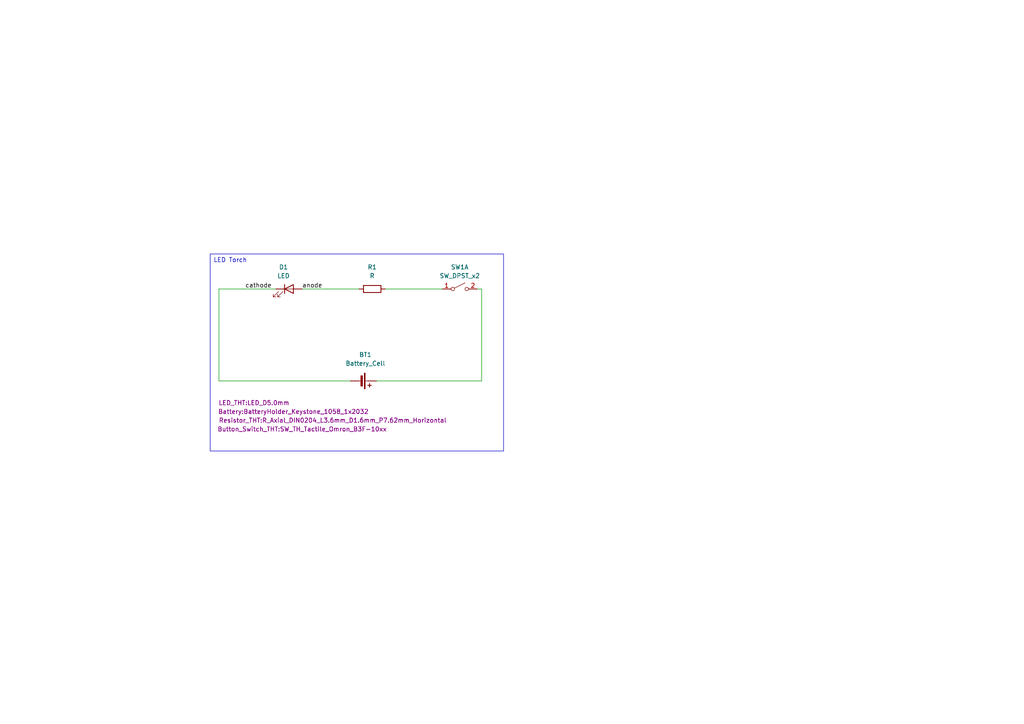
<source format=kicad_sch>
(kicad_sch (version 20250114) (generator "eeschema") (generator_version "9.0")
  (paper "A4")
  (title_block (title "1. LED Torch") (date "30-04-2025") (rev "1"))
  (lib_symbols
    (symbol "Device:Battery_Cell" (pin_numbers (hide yes)) (pin_names (offset 0) (hide yes))
      (property "Reference" "BT" (at 2.54 2.54 0))
      (property "Value" "Battery_Cell" (at 2.54 0 0))
      (symbol "Battery_Cell_0_1"
        (rectangle (start -2.286 1.778) (end 2.286 1.524) (fill (type outline)))
        (rectangle (start -1.524 1.016) (end 1.524 0.508) (fill (type outline)))
        (polyline (pts (xy 0 1.778) (xy 0 2.54)))
        (polyline (pts (xy 0 0.762) (xy 0 0)))
        (polyline (pts (xy 0.762 3.048) (xy 1.778 3.048)) (stroke (width 0.254)))
        (polyline (pts (xy 1.27 3.556) (xy 1.27 2.54)) (stroke (width 0.254)))
      )
      (symbol "Battery_Cell_1_1"
        (pin passive line (at 0 5.08 270) (length 2.54) (name "+") (number "1"))
        (pin passive line (at 0 -2.54 90) (length 2.54) (name "-") (number "2"))
      )
    )
    (symbol "Device:LED" (pin_numbers (hide yes)) (pin_names (offset 1.016) (hide yes))
      (property "Reference" "D" (at 0 2.54 0))
      (property "Value" "LED" (at 0 -2.54 0))
      (symbol "LED_0_1"
        (polyline (pts (xy -3.048 -0.762) (xy -4.572 -2.286) (xy -3.81 -2.286) (xy -4.572 -2.286) (xy -4.572 -1.524)))
        (polyline (pts (xy -1.778 -0.762) (xy -3.302 -2.286) (xy -2.54 -2.286) (xy -3.302 -2.286) (xy -3.302 -1.524)))
        (polyline (pts (xy -1.27 0) (xy 1.27 0)))
        (polyline (pts (xy -1.27 -1.27) (xy -1.27 1.27)) (stroke (width 0.254)))
        (polyline (pts (xy 1.27 -1.27) (xy 1.27 1.27) (xy -1.27 0) (xy 1.27 -1.27)) (stroke (width 0.254)))
      )
      (symbol "LED_1_1"
        (pin passive line (at -3.81 0 0) (length 2.54) (name "K") (number "1"))
        (pin passive line (at 3.81 0 180) (length 2.54) (name "A") (number "2"))
      )
    )
    (symbol "Device:R" (pin_numbers (hide yes)) (pin_names (offset 0))
      (property "Reference" "R" (at 2.032 0 90))
      (property "Value" "R" (at 0 0 90))
      (symbol "R_0_1"
        (rectangle (start -1.016 -2.54) (end 1.016 2.54) (stroke (width 0.254)))
      )
      (symbol "R_1_1"
        (pin passive line (at 0 3.81 270) (length 1.27) (name "~") (number "1"))
        (pin passive line (at 0 -3.81 90) (length 1.27) (name "~") (number "2"))
      )
    )
    (symbol "Switch:SW_DPST_x2" (pin_names (offset 0) (hide yes))
      (property "Reference" "SW" (at 0 3.175 0))
      (property "Value" "SW_DPST_x2" (at 0 -2.54 0))
      (symbol "SW_DPST_x2_0_0"
        (circle (center -2.032 0) (radius 0.508))
        (polyline (pts (xy -1.524 0.254) (xy 1.524 1.778)))
        (circle (center 2.032 0) (radius 0.508))
      )
      (symbol "SW_DPST_x2_1_1"
        (pin passive line (at -5.08 0 0) (length 2.54) (name "A") (number "1"))
        (pin passive line (at 5.08 0 180) (length 2.54) (name "B") (number "2"))
      )
      (symbol "SW_DPST_x2_2_1"
        (pin passive line (at -5.08 0 0) (length 2.54) (name "A") (number "3"))
        (pin passive line (at 5.08 0 180) (length 2.54) (name "B") (number "4"))
      )
    )
  )
  (text_box "LED Torch" (at 60.96 73.66 0) (size 85.09 57.15) (margins 0.9525 0.9525 0.9525 0.9525) (effects (font (size 1.27 1.27)) (justify left top)))
  (wire (pts (xy 139.7 110.49) (xy 139.7 83.82)))
  (wire (pts (xy 63.5 83.82) (xy 63.5 110.49)))
  (wire (pts (xy 63.5 110.49) (xy 101.6 110.49)))
  (wire (pts (xy 80.01 83.82) (xy 63.5 83.82)))
  (wire (pts (xy 87.63 83.82) (xy 104.14 83.82)))
  (wire (pts (xy 139.7 83.82) (xy 138.43 83.82)))
  (wire (pts (xy 109.22 110.49) (xy 139.7 110.49)))
  (wire (pts (xy 111.76 83.82) (xy 128.27 83.82)))
  (label "anode" (at 87.63 83.82 0))
  (label "cathode" (at 71.12 83.82 0))
  (symbol (lib_id "Device:LED") (at 83.82 83.82 0) (unit 1)
    (property "Reference" "D1" (at 82.2325 77.47 0))
    (property "Value" "LED" (at 82.2325 80.01 0))
    (property "Footprint" "LED_THT:LED_D5.0mm" (at 73.66 116.84 0))
    (property "Description" "Light emitting diode" (effects (hide yes)))
    (property "Sim.Pins" "1=K 2=A" (effects (hide yes)))
  )
  (symbol (lib_id "Device:Battery_Cell") (at 104.14 110.49 270) (unit 1)
    (property "Reference" "BT1" (at 105.9815 102.87 90))
    (property "Value" "Battery_Cell" (at 105.9815 105.41 90))
    (property "Footprint" "Battery:BatteryHolder_Keystone_1058_1x2032" (at 85.09 119.38 90))
    (property "Description" "Single-cell battery" (effects (hide yes)))
  )
  (symbol (lib_id "Switch:SW_DPST_x2") (at 133.35 83.82 0) (unit 1)
    (property "Reference" "SW1" (at 133.35 77.47 0))
    (property "Value" "SW_DPST_x2" (at 133.35 80.01 0))
    (property "Footprint" "Button_Switch_THT:SW_TH_Tactile_Omron_B3F-10xx" (at 87.63 124.46 0))
    (property "Description" "Single Pole Single Throw (SPST) switch, separate symbol" (effects (hide yes)))
  )
  (symbol (lib_id "Device:R") (at 107.95 83.82 90) (unit 1)
    (property "Reference" "R1" (at 107.95 77.47 90))
    (property "Value" "R" (at 107.95 80.01 90))
    (property "Footprint" "Resistor_THT:R_Axial_DIN0204_L3.6mm_D1.6mm_P7.62mm_Horizontal" (at 96.52 121.92 90))
    (property "Description" "Resistor" (effects (hide yes)))
  )
)
</source>
